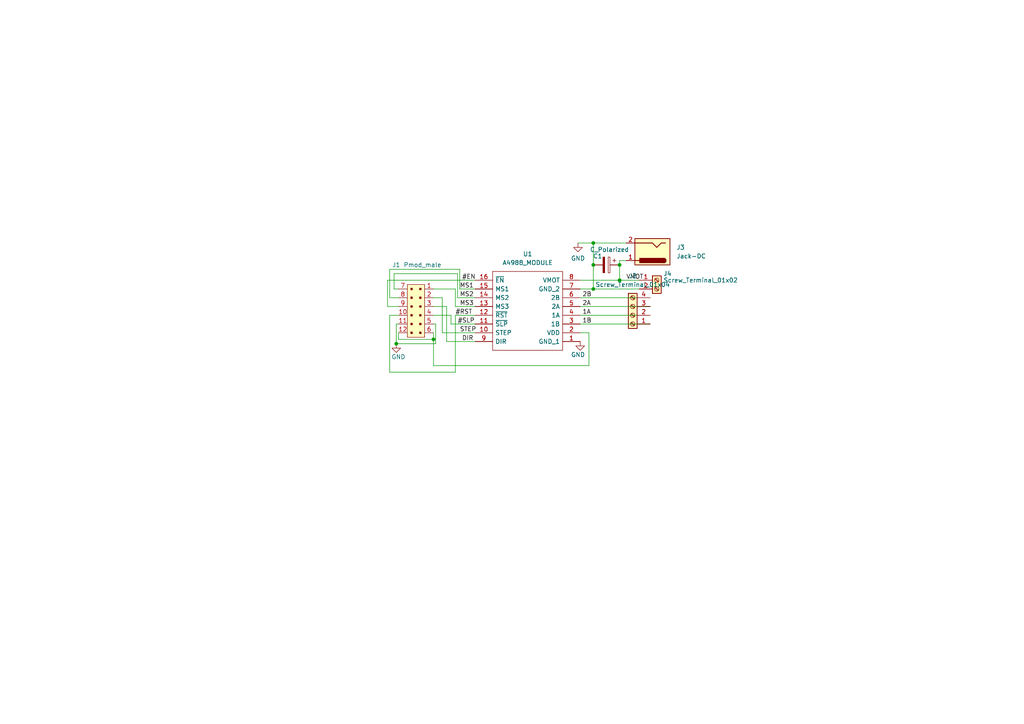
<source format=kicad_sch>
(kicad_sch (version 20211123) (generator eeschema)
  (paper "A4")
  (lib_symbols
    (symbol "Connector:Jack-DC" (pin_names (offset 1.016))
      (property "Reference" "J" (at 0 5.334 0))
      (property "Value" "Jack-DC" (at 0 -5.08 0))
      (symbol "Jack-DC_0_1"
        (rectangle (start -5.08 3.81) (end 5.08 -3.81) (stroke (width 0.254)) (fill (type background)))
        (arc (start -3.302 3.175) (mid -3.937 2.54) (end -3.302 1.905) (stroke (width 0.254)))
        (arc (start -3.302 3.175) (mid -3.937 2.54) (end -3.302 1.905) (stroke (width 0.254)) (fill (type outline)))
        (polyline (pts (xy 5.08 2.54) (xy 3.81 2.54)) (stroke (width 0.254)))
        (polyline (pts (xy -3.81 -2.54) (xy -2.54 -2.54) (xy -1.27 -1.27) (xy 0 -2.54) (xy 2.54 -2.54) (xy 5.08 -2.54)) (stroke (width 0.254)))
        (rectangle (start 3.683 3.175) (end -3.302 1.905) (stroke (width 0.254)) (fill (type outline)))
      )
      (symbol "Jack-DC_1_1"
        (pin passive line (at 7.62 2.54 180) (length 2.54) (name "~") (number "1"))
        (pin passive line (at 7.62 -2.54 180) (length 2.54) (name "~") (number "2"))
      )
    )
    (symbol "Connector:Screw_Terminal_01x02" (pin_names (offset 1.016) hide)
      (property "Reference" "J" (at 0 2.54 0))
      (property "Value" "Screw_Terminal_01x02" (at 0 -5.08 0))
      (symbol "Screw_Terminal_01x02_1_1"
        (rectangle (start -1.27 1.27) (end 1.27 -3.81) (stroke (width 0.254)) (fill (type background)))
        (circle (center 0 -2.54) (radius 0.635) (stroke (width 0.1524)))
        (polyline (pts (xy -0.5334 -2.2098) (xy 0.3302 -3.048)) (stroke (width 0.1524)))
        (polyline (pts (xy -0.5334 0.3302) (xy 0.3302 -0.508)) (stroke (width 0.1524)))
        (polyline (pts (xy -0.3556 -2.032) (xy 0.508 -2.8702)) (stroke (width 0.1524)))
        (polyline (pts (xy -0.3556 0.508) (xy 0.508 -0.3302)) (stroke (width 0.1524)))
        (circle (center 0 0) (radius 0.635) (stroke (width 0.1524)))
        (pin passive line (at -5.08 0 0) (length 3.81) (name "Pin_1") (number "1"))
        (pin passive line (at -5.08 -2.54 0) (length 3.81) (name "Pin_2") (number "2"))
      )
    )
    (symbol "Connector:Screw_Terminal_01x04" (pin_names (offset 1.016) hide)
      (property "Reference" "J" (at 0 5.08 0))
      (property "Value" "Screw_Terminal_01x04" (at 0 -7.62 0))
      (symbol "Screw_Terminal_01x04_1_1"
        (rectangle (start -1.27 3.81) (end 1.27 -6.35) (stroke (width 0.254)) (fill (type background)))
        (circle (center 0 -5.08) (radius 0.635) (stroke (width 0.1524)))
        (circle (center 0 -2.54) (radius 0.635) (stroke (width 0.1524)))
        (polyline (pts (xy -0.5334 -4.7498) (xy 0.3302 -5.588)) (stroke (width 0.1524)))
        (polyline (pts (xy -0.5334 -2.2098) (xy 0.3302 -3.048)) (stroke (width 0.1524)))
        (polyline (pts (xy -0.5334 0.3302) (xy 0.3302 -0.508)) (stroke (width 0.1524)))
        (polyline (pts (xy -0.5334 2.8702) (xy 0.3302 2.032)) (stroke (width 0.1524)))
        (polyline (pts (xy -0.3556 -4.572) (xy 0.508 -5.4102)) (stroke (width 0.1524)))
        (polyline (pts (xy -0.3556 -2.032) (xy 0.508 -2.8702)) (stroke (width 0.1524)))
        (polyline (pts (xy -0.3556 0.508) (xy 0.508 -0.3302)) (stroke (width 0.1524)))
        (polyline (pts (xy -0.3556 3.048) (xy 0.508 2.2098)) (stroke (width 0.1524)))
        (circle (center 0 0) (radius 0.635) (stroke (width 0.1524)))
        (circle (center 0 2.54) (radius 0.635) (stroke (width 0.1524)))
        (pin passive line (at -5.08 2.54 0) (length 3.81) (name "Pin_1") (number "1"))
        (pin passive line (at -5.08 0 0) (length 3.81) (name "Pin_2") (number "2"))
        (pin passive line (at -5.08 -2.54 0) (length 3.81) (name "Pin_3") (number "3"))
        (pin passive line (at -5.08 -5.08 0) (length 3.81) (name "Pin_4") (number "4"))
      )
    )
    (symbol "Device:C_Polarized" (pin_numbers hide) (pin_names (offset 0.254))
      (property "Reference" "C" (at 0.635 2.54 0))
      (property "Value" "C_Polarized" (at 0.635 -2.54 0))
      (symbol "C_Polarized_0_1"
        (rectangle (start -2.286 0.508) (end 2.286 1.016))
        (polyline (pts (xy -1.778 2.286) (xy -0.762 2.286)))
        (polyline (pts (xy -1.27 2.794) (xy -1.27 1.778)))
        (rectangle (start 2.286 -0.508) (end -2.286 -1.016) (fill (type outline)))
      )
      (symbol "C_Polarized_1_1"
        (pin passive line (at 0 3.81 270) (length 2.794) (name "~") (number "1"))
        (pin passive line (at 0 -3.81 90) (length 2.794) (name "~") (number "2"))
      )
    )
    (symbol "SamacSys_Parts:A4988_MODULE" (pin_names (offset 0.762))
      (property "Reference" "U" (at 26.67 7.62 0))
      (property "Value" "A4988_MODULE" (at 26.67 5.08 0))
      (symbol "A4988_MODULE_0_0"
        (pin passive line (at 30.48 -17.78 180) (length 5.08) (name "GND_1") (number "1"))
        (pin passive line (at 0 -15.24 0) (length 5.08) (name "STEP") (number "10"))
        (pin passive line (at 0 -12.7 0) (length 5.08) (name "~{SLP}") (number "11"))
        (pin passive line (at 0 -10.16 0) (length 5.08) (name "~{RST}") (number "12"))
        (pin passive line (at 0 -7.62 0) (length 5.08) (name "MS3") (number "13"))
        (pin passive line (at 0 -5.08 0) (length 5.08) (name "MS2") (number "14"))
        (pin passive line (at 0 -2.54 0) (length 5.08) (name "MS1") (number "15"))
        (pin passive line (at 0 0 0) (length 5.08) (name "~{EN}") (number "16"))
        (pin passive line (at 30.48 -15.24 180) (length 5.08) (name "VDD") (number "2"))
        (pin passive line (at 30.48 -12.7 180) (length 5.08) (name "1B") (number "3"))
        (pin passive line (at 30.48 -10.16 180) (length 5.08) (name "1A") (number "4"))
        (pin passive line (at 30.48 -7.62 180) (length 5.08) (name "2A") (number "5"))
        (pin passive line (at 30.48 -5.08 180) (length 5.08) (name "2B") (number "6"))
        (pin passive line (at 30.48 -2.54 180) (length 5.08) (name "GND_2") (number "7"))
        (pin passive line (at 30.48 0 180) (length 5.08) (name "VMOT") (number "8"))
        (pin passive line (at 0 -17.78 0) (length 5.08) (name "DIR") (number "9"))
      )
      (symbol "A4988_MODULE_0_1"
        (polyline (pts (xy 5.08 2.54) (xy 25.4 2.54) (xy 25.4 -20.32) (xy 5.08 -20.32) (xy 5.08 2.54)) (stroke (width 0.1524)))
      )
    )
    (symbol "my_Library:Pmod_male" (pin_names (offset 1.016))
      (property "Reference" "J" (at -2.54 7.62 0))
      (property "Value" "Pmod_male" (at 0 -10.16 0))
      (symbol "Pmod_male_1_1"
        (rectangle (start -2.54 6.35) (end 2.54 -8.89) (fill (type background)))
        (rectangle (start -1.524 -7.366) (end -1.016 -7.874) (fill (type outline)))
        (rectangle (start -1.524 -4.826) (end -1.016 -5.334) (fill (type outline)))
        (rectangle (start -1.524 -2.286) (end -1.016 -2.794) (fill (type outline)))
        (rectangle (start -1.524 0.254) (end -1.016 -0.254) (fill (type outline)))
        (rectangle (start -1.524 2.794) (end -1.016 2.286) (fill (type outline)))
        (rectangle (start -1.524 5.334) (end -1.016 4.826) (fill (type outline)))
        (rectangle (start 1.016 -7.366) (end 1.524 -7.874) (fill (type outline)))
        (rectangle (start 1.016 -4.826) (end 1.524 -5.334) (fill (type outline)))
        (rectangle (start 1.016 -2.286) (end 1.524 -2.794) (fill (type outline)))
        (rectangle (start 1.016 0.254) (end 1.524 -0.254) (fill (type outline)))
        (rectangle (start 1.016 2.794) (end 1.524 2.286) (fill (type outline)))
        (rectangle (start 1.016 5.334) (end 1.524 4.826) (fill (type outline)))
        (pin passive line (at 5.08 5.08 180) (length 2.54) (name "~") (number "1"))
        (pin passive line (at -5.08 -2.54 0) (length 2.54) (name "~") (number "10"))
        (pin free line (at -5.08 -5.08 0) (length 2.54) (name "~") (number "11"))
        (pin power_out line (at -5.08 -7.62 0) (length 2.54) (name "~") (number "12"))
        (pin passive line (at 5.08 2.54 180) (length 2.54) (name "~") (number "2"))
        (pin passive line (at 5.08 0 180) (length 2.54) (name "~") (number "3"))
        (pin passive line (at 5.08 -2.54 180) (length 2.54) (name "~") (number "4"))
        (pin free line (at 5.08 -5.08 180) (length 2.54) (name "~") (number "5"))
        (pin power_out line (at 5.08 -7.62 180) (length 2.54) (name "~") (number "6"))
        (pin passive line (at -5.08 5.08 0) (length 2.54) (name "~") (number "7"))
        (pin passive line (at -5.08 2.54 0) (length 2.54) (name "~") (number "8"))
        (pin passive line (at -5.08 0 0) (length 2.54) (name "~") (number "9"))
      )
    )
    (symbol "power:GND" (power) (pin_names (offset 0))
      (property "Value" "GND" (at 0 -3.81 0))
      (symbol "GND_0_1"
        (polyline (pts (xy 0 0) (xy 0 -1.27) (xy 1.27 -1.27) (xy 0 -2.54) (xy -1.27 -1.27) (xy 0 -1.27)))
      )
      (symbol "GND_1_1"
        (pin power_in line (at 0 0 270) (length 0) hide (name "GND") (number "1"))
      )
    )
  )
  (junction (at 172.085 70.485))
  (junction (at 114.935 99.695))
  (junction (at 179.705 76.835))
  (junction (at 179.705 81.28))
  (junction (at 172.085 83.82))
  (junction (at 125.73 98.425))
  (junction (at 172.085 76.835))
  (wire (pts (xy 125.73 91.44) (xy 130.81 91.44)))
  (wire (pts (xy 115.57 93.98) (xy 114.935 93.98)))
  (wire (pts (xy 132.715 79.375) (xy 114.3 79.375)))
  (wire (pts (xy 113.03 107.95) (xy 113.03 91.44)))
  (wire (pts (xy 114.935 93.98) (xy 114.935 99.695)))
  (wire (pts (xy 168.275 81.28) (xy 179.705 81.28)))
  (wire (pts (xy 125.73 88.9) (xy 129.54 88.9)))
  (wire (pts (xy 168.275 83.82) (xy 172.085 83.82)))
  (wire (pts (xy 128.27 96.52) (xy 128.27 86.36)))
  (wire (pts (xy 125.73 83.82) (xy 132.08 83.82)))
  (wire (pts (xy 168.275 96.52) (xy 170.815 96.52)))
  (wire (pts (xy 126.365 99.695) (xy 126.365 93.98)))
  (wire (pts (xy 125.73 98.425) (xy 125.73 106.045)))
  (wire (pts (xy 130.81 93.98) (xy 130.81 91.44)))
  (wire (pts (xy 172.085 83.82) (xy 185.42 83.82)))
  (wire (pts (xy 112.395 88.9) (xy 115.57 88.9)))
  (wire (pts (xy 133.35 83.82) (xy 137.795 83.82)))
  (wire (pts (xy 132.715 86.36) (xy 132.715 79.375)))
  (wire (pts (xy 172.085 70.485) (xy 172.085 76.835)))
  (wire (pts (xy 133.35 83.82) (xy 133.35 78.105)))
  (wire (pts (xy 126.365 93.98) (xy 125.73 93.98)))
  (wire (pts (xy 179.705 76.835) (xy 179.705 81.28)))
  (wire (pts (xy 132.08 107.95) (xy 113.03 107.95)))
  (wire (pts (xy 112.395 81.28) (xy 112.395 88.9)))
  (wire (pts (xy 115.57 96.52) (xy 115.57 98.425)))
  (wire (pts (xy 114.935 99.695) (xy 126.365 99.695)))
  (wire (pts (xy 130.81 93.98) (xy 137.795 93.98)))
  (wire (pts (xy 179.705 75.565) (xy 181.61 75.565)))
  (wire (pts (xy 125.73 98.425) (xy 125.73 96.52)))
  (wire (pts (xy 128.27 86.36) (xy 125.73 86.36)))
  (wire (pts (xy 132.08 88.9) (xy 132.08 83.82)))
  (wire (pts (xy 132.715 86.36) (xy 137.795 86.36)))
  (wire (pts (xy 181.61 70.485) (xy 172.085 70.485)))
  (wire (pts (xy 168.275 86.36) (xy 188.595 86.36)))
  (wire (pts (xy 172.085 76.835) (xy 172.085 83.82)))
  (wire (pts (xy 115.57 98.425) (xy 125.73 98.425)))
  (wire (pts (xy 179.705 81.28) (xy 185.42 81.28)))
  (wire (pts (xy 113.03 91.44) (xy 115.57 91.44)))
  (wire (pts (xy 132.08 88.9) (xy 137.795 88.9)))
  (wire (pts (xy 113.03 86.36) (xy 115.57 86.36)))
  (wire (pts (xy 168.275 93.98) (xy 188.595 93.98)))
  (wire (pts (xy 168.275 88.9) (xy 188.595 88.9)))
  (wire (pts (xy 168.275 91.44) (xy 188.595 91.44)))
  (wire (pts (xy 129.54 88.9) (xy 129.54 99.06)))
  (wire (pts (xy 132.08 91.44) (xy 132.08 107.95)))
  (wire (pts (xy 133.35 78.105) (xy 113.03 78.105)))
  (wire (pts (xy 167.64 70.485) (xy 172.085 70.485)))
  (wire (pts (xy 113.03 78.105) (xy 113.03 86.36)))
  (wire (pts (xy 128.27 96.52) (xy 137.795 96.52)))
  (wire (pts (xy 125.73 106.045) (xy 170.815 106.045)))
  (wire (pts (xy 179.705 75.565) (xy 179.705 76.835)))
  (wire (pts (xy 114.3 79.375) (xy 114.3 83.82)))
  (wire (pts (xy 132.08 91.44) (xy 137.795 91.44)))
  (wire (pts (xy 112.395 81.28) (xy 137.795 81.28)))
  (wire (pts (xy 114.3 83.82) (xy 115.57 83.82)))
  (wire (pts (xy 129.54 99.06) (xy 137.795 99.06)))
  (wire (pts (xy 170.815 106.045) (xy 170.815 96.52)))
  (label "1B" (at 168.91 93.98 0))
  (label "2B" (at 168.91 86.36 0))
  (label "MS2" (at 133.35 86.36 0))
  (label "DIR" (at 133.985 99.06 0))
  (label "STEP" (at 133.35 96.52 0))
  (label "VMOT" (at 181.61 81.28 0))
  (label "MS1" (at 133.35 83.82 0))
  (label "2A" (at 168.91 88.9 0))
  (label "MS3" (at 133.35 88.9 0))
  (label "#RST" (at 132.08 91.44 0))
  (label "1A" (at 168.91 91.44 0))
  (label "#SLP" (at 132.715 93.98 0))
  (label "#EN" (at 133.985 81.28 0))
  (symbol (lib_id "Device:C_Polarized") (at 175.895 76.835 270) (unit 1)
    (property "Reference" "C1" (at 173.355 74.295 90))
    (property "Value" "C_Polarized" (at 176.784 72.39 90))
    (property "Footprint" "Capacitor_THT:CP_Radial_D5.0mm_P2.50mm" (effects hide))
  )
  (symbol (lib_id "Connector:Jack-DC") (at 189.23 73.025 180) (unit 1)
    (property "Reference" "J3" (at 196.215 71.7549 0) (effects (justify right)))
    (property "Value" "Jack-DC" (at 196.215 74.2949 0) (effects (justify right)))
    (property "Footprint" "Connector_BarrelJack:BarrelJack_Horizontal" (effects hide))
  )
  (symbol (lib_id "power:GND") (at 168.275 99.06 0) (unit 1)
    (property "Reference" "#PWR02" (effects hide))
    (property "Value" "GND" (at 167.64 102.87 0))
  )
  (symbol (lib_id "Connector:Screw_Terminal_01x04") (at 183.515 91.44 180) (unit 1)
    (property "Reference" "J2" (at 183.515 80.01 0))
    (property "Value" "Screw_Terminal_01x04" (at 183.515 82.55 0))
    (property "Footprint" "TerminalBlock:TerminalBlock_bornier-4_P5.08mm" (effects hide))
  )
  (symbol (lib_id "SamacSys_Parts:A4988_MODULE") (at 137.795 81.28 0) (unit 1)
    (property "Reference" "U1" (at 153.035 73.66 0))
    (property "Value" "A4988_MODULE" (at 153.035 76.2 0))
    (property "Footprint" "RScomponents:A4988MODULE" (effects hide))
    (property "Datasheet" "https://www.pololu.com/file/0J1082/a4988-stepper-motor-driver-carrier-dimension-diagram.pdf" (effects hide))
    (property "Description" "Stepper Motor Driver Carrier 8-35 VDC, 1.0A." (effects hide))
    (property "Height" "3.37" (effects hide))
    (property "Manufacturer_Name" "Pololu" (effects hide))
    (property "Manufacturer_Part_Number" "A4988 MODULE" (effects hide))
  )
  (symbol (lib_id "my_Library:Pmod_male") (at 120.65 88.9 0) (unit 1)
    (property "Reference" "J1" (at 114.935 76.835 0))
    (property "Value" "Pmod_male" (at 122.555 76.835 0))
    (property "Footprint" "Connector_PinHeader_2.54mm:PinHeader_2x06_P2.54mm_Horizontal" (effects hide))
    (property "DK_Datasheet_Link" "http://suddendocs.samtec.com/prints/ftsh-1xx-xx-xxx-dv-xxx-xxx-mkt.pdf" (effects hide))
    (property "DK_Detail_Page" "/product-detail/en/samtec-inc/FTSH-105-01-L-DV-K/SAM8799-ND/1875039" (effects hide))
    (property "Description" "CONN HEADER SMD 10POS 1.27MM" (effects hide))
    (property "Manufacturer" "Samtec Inc." (effects hide))
    (property "Status" "Active" (effects hide))
  )
  (symbol (lib_id "power:GND") (at 167.64 70.485 0) (unit 1)
    (property "Reference" "#PWR0101" (effects hide))
    (property "Value" "GND" (at 167.64 74.93 0))
  )
  (symbol (lib_id "power:GND") (at 114.935 99.695 0) (unit 1)
    (property "Reference" "#PWR01" (effects hide))
    (property "Value" "GND" (at 115.57 103.505 0))
  )
  (symbol (lib_id "Connector:Screw_Terminal_01x02") (at 190.5 81.28 0) (unit 1)
    (property "Reference" "J4" (at 192.405 79.375 0) (effects (justify left)))
    (property "Value" "Screw_Terminal_01x02" (at 192.405 81.28 0) (effects (justify left)))
    (property "Footprint" "TerminalBlock:TerminalBlock_bornier-2_P5.08mm" (effects hide))
  )
)
</source>
